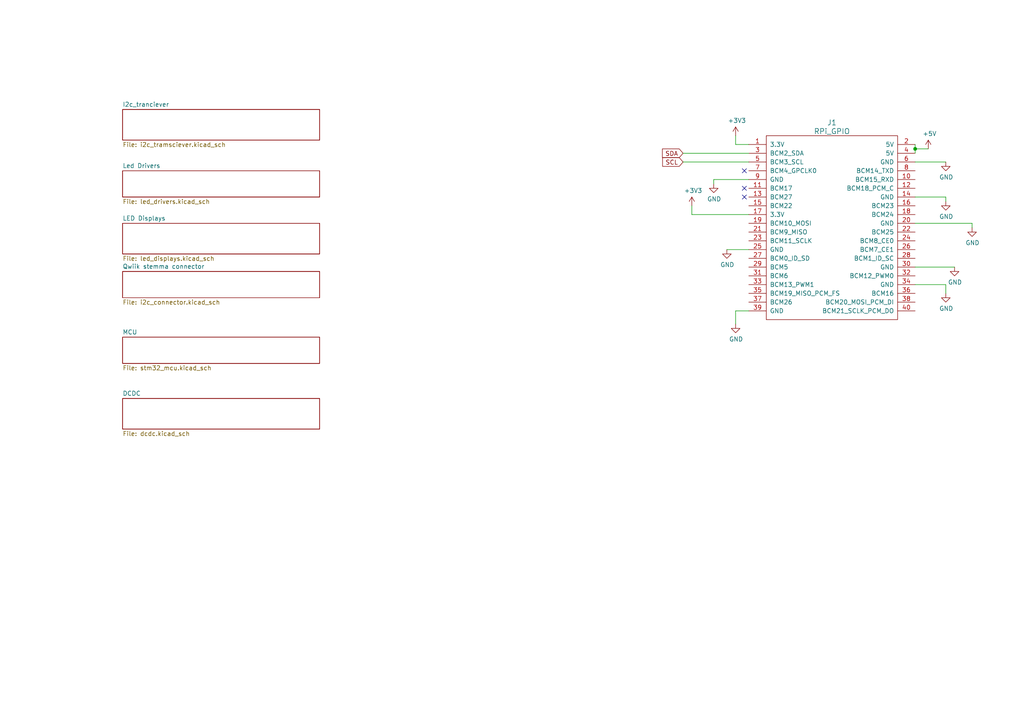
<source format=kicad_sch>
(kicad_sch (version 20230121) (generator eeschema)
  (paper "A4")
  (title_block (title "Pitanga HAT") (date "2023-10-19") (rev "2.1") (company "Andrew Tudoroi"))
  (lib_symbols
    (symbol "RPi_Hat:RPi_GPIO" (pin_names (offset 1.016))
      (property "Reference" "J" (at 19.05 6.35 0))
      (property "Value" "RPi_GPIO" (at 19.05 3.81 0))
      (symbol "RPi_GPIO_0_1"
        (rectangle (start 0 2.54) (end 38.1 -50.8))
      )
      (symbol "RPi_GPIO_1_1"
        (pin power_in line (at -5.08 0 0) (length 5.08) (name "3.3V") (number "1"))
        (pin bidirectional line (at 43.18 -10.16 180) (length 5.08) (name "BCM15_RXD") (number "10"))
        (pin bidirectional line (at -5.08 -12.7 0) (length 5.08) (name "BCM17") (number "11"))
        (pin bidirectional line (at 43.18 -12.7 180) (length 5.08) (name "BCM18_PCM_C") (number "12"))
        (pin bidirectional line (at -5.08 -15.24 0) (length 5.08) (name "BCM27") (number "13"))
        (pin power_in line (at 43.18 -15.24 180) (length 5.08) (name "GND") (number "14"))
        (pin bidirectional line (at -5.08 -17.78 0) (length 5.08) (name "BCM22") (number "15"))
        (pin bidirectional line (at 43.18 -17.78 180) (length 5.08) (name "BCM23") (number "16"))
        (pin power_in line (at -5.08 -20.32 0) (length 5.08) (name "3.3V") (number "17"))
        (pin bidirectional line (at 43.18 -20.32 180) (length 5.08) (name "BCM24") (number "18"))
        (pin bidirectional line (at -5.08 -22.86 0) (length 5.08) (name "BCM10_MOSI") (number "19"))
        (pin power_in line (at 43.18 0 180) (length 5.08) (name "5V") (number "2"))
        (pin power_in line (at 43.18 -22.86 180) (length 5.08) (name "GND") (number "20"))
        (pin bidirectional line (at -5.08 -25.4 0) (length 5.08) (name "BCM9_MISO") (number "21"))
        (pin bidirectional line (at 43.18 -25.4 180) (length 5.08) (name "BCM25") (number "22"))
        (pin bidirectional line (at -5.08 -27.94 0) (length 5.08) (name "BCM11_SCLK") (number "23"))
        (pin bidirectional line (at 43.18 -27.94 180) (length 5.08) (name "BCM8_CE0") (number "24"))
        (pin power_in line (at -5.08 -30.48 0) (length 5.08) (name "GND") (number "25"))
        (pin bidirectional line (at 43.18 -30.48 180) (length 5.08) (name "BCM7_CE1") (number "26"))
        (pin bidirectional line (at -5.08 -33.02 0) (length 5.08) (name "BCM0_ID_SD") (number "27"))
        (pin bidirectional line (at 43.18 -33.02 180) (length 5.08) (name "BCM1_ID_SC") (number "28"))
        (pin bidirectional line (at -5.08 -35.56 0) (length 5.08) (name "BCM5") (number "29"))
        (pin bidirectional line (at -5.08 -2.54 0) (length 5.08) (name "BCM2_SDA") (number "3"))
        (pin power_in line (at 43.18 -35.56 180) (length 5.08) (name "GND") (number "30"))
        (pin bidirectional line (at -5.08 -38.1 0) (length 5.08) (name "BCM6") (number "31"))
        (pin bidirectional line (at 43.18 -38.1 180) (length 5.08) (name "BCM12_PWM0") (number "32"))
        (pin bidirectional line (at -5.08 -40.64 0) (length 5.08) (name "BCM13_PWM1") (number "33"))
        (pin power_in line (at 43.18 -40.64 180) (length 5.08) (name "GND") (number "34"))
        (pin bidirectional line (at -5.08 -43.18 0) (length 5.08) (name "BCM19_MISO_PCM_FS") (number "35"))
        (pin bidirectional line (at 43.18 -43.18 180) (length 5.08) (name "BCM16") (number "36"))
        (pin bidirectional line (at -5.08 -45.72 0) (length 5.08) (name "BCM26") (number "37"))
        (pin bidirectional line (at 43.18 -45.72 180) (length 5.08) (name "BCM20_MOSI_PCM_DI") (number "38"))
        (pin power_in line (at -5.08 -48.26 0) (length 5.08) (name "GND") (number "39"))
        (pin power_in line (at 43.18 -2.54 180) (length 5.08) (name "5V") (number "4"))
        (pin bidirectional line (at 43.18 -48.26 180) (length 5.08) (name "BCM21_SCLK_PCM_DO") (number "40"))
        (pin bidirectional line (at -5.08 -5.08 0) (length 5.08) (name "BCM3_SCL") (number "5"))
        (pin power_in line (at 43.18 -5.08 180) (length 5.08) (name "GND") (number "6"))
        (pin bidirectional line (at -5.08 -7.62 0) (length 5.08) (name "BCM4_GPCLK0") (number "7"))
        (pin bidirectional line (at 43.18 -7.62 180) (length 5.08) (name "BCM14_TXD") (number "8"))
        (pin power_in line (at -5.08 -10.16 0) (length 5.08) (name "GND") (number "9"))
      )
    )
    (symbol "power:+5V" (power) (pin_names (offset 0))
      (property "Value" "+5V" (at 0 3.556 0))
      (symbol "+5V_0_1"
        (polyline (pts (xy -0.762 1.27) (xy 0 2.54)))
        (polyline (pts (xy 0 0) (xy 0 2.54)))
        (polyline (pts (xy 0 2.54) (xy 0.762 1.27)))
      )
      (symbol "+5V_1_1"
        (pin power_in line (at 0 0 90) (length 0) hide (name "+5V") (number "1"))
      )
    )
    (symbol "power:GND" (power) (pin_names (offset 0))
      (property "Value" "GND" (at 0 -3.81 0))
      (symbol "GND_0_1"
        (polyline (pts (xy 0 0) (xy 0 -1.27) (xy 1.27 -1.27) (xy 0 -2.54) (xy -1.27 -1.27) (xy 0 -1.27)))
      )
      (symbol "GND_1_1"
        (pin power_in line (at 0 0 270) (length 0) hide (name "GND") (number "1"))
      )
    )
    (symbol "rpi-pico-debugger-shoe-rescue:+3.3V-power" (power) (pin_names (offset 0))
      (property "Value" "+3.3V-power" (at 0 3.556 0))
      (symbol "+3.3V-power_0_1"
        (polyline (pts (xy -0.762 1.27) (xy 0 2.54)))
        (polyline (pts (xy 0 0) (xy 0 2.54)))
        (polyline (pts (xy 0 2.54) (xy 0.762 1.27)))
      )
      (symbol "+3.3V-power_1_1"
        (pin power_in line (at 0 0 90) (length 0) hide (name "+3V3") (number "1"))
      )
    )
  )
  (junction (at 265.43 43.18))
  (no_connect (at 215.9 49.53))
  (no_connect (at 215.9 57.15))
  (no_connect (at 215.9 54.61))
  (wire (pts (xy 265.43 41.91) (xy 265.43 43.18)))
  (wire (pts (xy 200.66 59.69) (xy 200.66 62.23)))
  (wire (pts (xy 265.43 43.18) (xy 265.43 44.45)))
  (wire (pts (xy 198.12 46.99) (xy 217.17 46.99)))
  (wire (pts (xy 207.01 53.34) (xy 207.01 52.07)))
  (wire (pts (xy 274.32 58.42) (xy 274.32 57.15)))
  (wire (pts (xy 265.43 64.77) (xy 281.94 64.77)))
  (wire (pts (xy 198.12 44.45) (xy 217.17 44.45)))
  (wire (pts (xy 207.01 52.07) (xy 217.17 52.07)))
  (wire (pts (xy 265.43 46.99) (xy 274.32 46.99)))
  (wire (pts (xy 213.36 39.37) (xy 213.36 41.91)))
  (wire (pts (xy 265.43 77.47) (xy 276.86 77.47)))
  (wire (pts (xy 265.43 43.18) (xy 269.24 43.18)))
  (wire (pts (xy 200.66 62.23) (xy 217.17 62.23)))
  (wire (pts (xy 274.32 85.09) (xy 274.32 82.55)))
  (wire (pts (xy 274.32 82.55) (xy 265.43 82.55)))
  (wire (pts (xy 274.32 57.15) (xy 265.43 57.15)))
  (wire (pts (xy 281.94 66.04) (xy 281.94 64.77)))
  (wire (pts (xy 213.36 41.91) (xy 217.17 41.91)))
  (wire (pts (xy 213.36 90.17) (xy 213.36 93.98)))
  (wire (pts (xy 217.17 90.17) (xy 213.36 90.17)))
  (wire (pts (xy 210.82 72.39) (xy 217.17 72.39)))
  (global_label "SDA" (shape input) (at 198.12 44.45 180) (property "Intersheetrefs" "${INTERSHEET_REFS}" (effects hide)))
  (global_label "SCL" (shape input) (at 198.12 46.99 180) (property "Intersheetrefs" "${INTERSHEET_REFS}" (effects hide)))
  (symbol (lib_id "power:GND") (at 210.82 72.39 0) (unit 1)
    (property "Reference" "#PWR03" (effects hide))
    (property "Value" "GND" (at 210.947 76.7842 0))
  )
  (symbol (lib_id "power:GND") (at 274.32 85.09 0) (unit 1)
    (property "Reference" "#PWR08" (effects hide))
    (property "Value" "GND" (at 274.447 89.4842 0))
  )
  (symbol (lib_id "rpi-pico-debugger-shoe-rescue:+3.3V-power") (at 200.66 59.69 0) (unit 1)
    (property "Reference" "#PWR01" (effects hide))
    (property "Value" "+3.3V" (at 201.041 55.2958 0))
  )
  (symbol (lib_id "rpi-pico-debugger-shoe-rescue:+3.3V-power") (at 213.36 39.37 0) (unit 1)
    (property "Reference" "#PWR04" (effects hide))
    (property "Value" "+3.3V" (at 213.741 34.9758 0))
  )
  (symbol (lib_id "power:GND") (at 213.36 93.98 0) (unit 1)
    (property "Reference" "#PWR05" (effects hide))
    (property "Value" "GND" (at 213.487 98.3742 0))
  )
  (symbol (lib_id "power:GND") (at 274.32 58.42 0) (unit 1)
    (property "Reference" "#PWR07" (effects hide))
    (property "Value" "GND" (at 274.447 62.8142 0))
  )
  (symbol (lib_id "power:GND") (at 276.86 77.47 0) (unit 1)
    (property "Reference" "#PWR09" (effects hide))
    (property "Value" "GND" (at 276.987 81.8642 0))
  )
  (symbol (lib_id "power:GND") (at 281.94 66.04 0) (unit 1)
    (property "Reference" "#PWR010" (effects hide))
    (property "Value" "GND" (at 282.067 70.4342 0))
  )
  (symbol (lib_id "RPi_Hat:RPi_GPIO") (at 222.25 41.91 0) (unit 1)
    (property "Reference" "J1" (at 241.3 35.56 0) (effects (font (size 1.524 1.524))))
    (property "Value" "RPi_GPIO" (at 241.3 38.1 0) (effects (font (size 1.524 1.524))))
    (property "Footprint" "LTP-305G:Pin_Header_Straight_2x20" (effects hide))
  )
  (symbol (lib_id "power:GND") (at 207.01 53.34 0) (unit 1)
    (property "Reference" "#PWR02" (effects hide))
    (property "Value" "GND" (at 207.137 57.7342 0))
  )
  (symbol (lib_id "power:GND") (at 274.32 46.99 0) (unit 1)
    (property "Reference" "#PWR06" (effects hide))
    (property "Value" "GND" (at 274.447 51.3842 0))
  )
  (symbol (lib_id "power:+5V") (at 269.24 43.18 0) (unit 1)
    (property "Reference" "#PWR050" (effects hide))
    (property "Value" "+5V" (at 269.621 38.7858 0))
  )
  (sheet (at 35.56 115.57) (size 57.15 8.89) (stroke (width 0.1524))
    (property "Sheetname" "DCDC" (at 35.56 114.8584 0) (effects (justify left bottom)))
    (property "Sheetfile" "dcdc.kicad_sch" (at 35.56 125.0446 0) (effects (justify left top)))
  )
  (sheet (at 35.56 49.53) (size 57.15 7.62) (stroke (width 0.1524))
    (property "Sheetname" "Led Drivers" (at 35.56 48.8184 0) (effects (justify left bottom)))
    (property "Sheetfile" "led_drivers.kicad_sch" (at 35.56 57.7346 0) (effects (justify left top)))
  )
  (sheet (at 35.56 97.79) (size 57.15 7.62) (stroke (width 0.1524))
    (property "Sheetname" "MCU" (at 35.56 97.0784 0) (effects (justify left bottom)))
    (property "Sheetfile" "stm32_mcu.kicad_sch" (at 35.56 105.9946 0) (effects (justify left top)))
  )
  (sheet (at 35.56 64.77) (size 57.15 8.89) (stroke (width 0.1524))
    (property "Sheetname" "LED Displays" (at 35.56 64.0584 0) (effects (justify left bottom)))
    (property "Sheetfile" "led_displays.kicad_sch" (at 35.56 74.2446 0) (effects (justify left top)))
  )
  (sheet (at 35.56 31.75) (size 57.15 8.89) (stroke (width 0.1524))
    (property "Sheetname" "I2c_tranciever" (at 35.56 31.0384 0) (effects (justify left bottom)))
    (property "Sheetfile" "i2c_tramsciever.kicad_sch" (at 35.56 41.2246 0) (effects (justify left top)))
  )
  (sheet (at 35.56 78.74) (size 57.15 7.62) (stroke (width 0.1524))
    (property "Sheetname" "Qwiik stemma connector" (at 35.56 78.0284 0) (effects (justify left bottom)))
    (property "Sheetfile" "i2c_connector.kicad_sch" (at 35.56 86.9446 0) (effects (justify left top)))
  )
)
</source>
